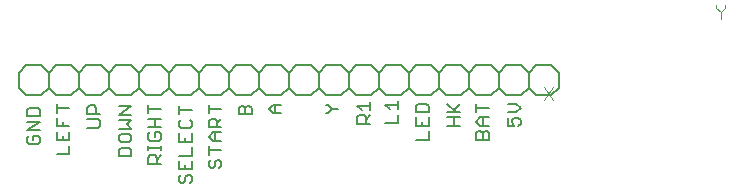
<source format=gbr>
G04 EAGLE Gerber X2 export*
%TF.Part,Single*%
%TF.FileFunction,Legend,Top,1*%
%TF.FilePolarity,Positive*%
%TF.GenerationSoftware,Autodesk,EAGLE,9.1.0*%
%TF.CreationDate,2019-01-31T10:13:58Z*%
G75*
%MOMM*%
%FSLAX34Y34*%
%LPD*%
%AMOC8*
5,1,8,0,0,1.08239X$1,22.5*%
G01*
%ADD10C,0.203200*%
%ADD11C,0.177800*%
%ADD12C,0.101600*%
%ADD13C,0.152400*%


D10*
X56487Y407065D02*
X54707Y405286D01*
X54707Y401727D01*
X56487Y399947D01*
X63605Y399947D01*
X65384Y401727D01*
X65384Y405286D01*
X63605Y407065D01*
X60046Y407065D01*
X60046Y403506D01*
X65384Y411641D02*
X54707Y411641D01*
X65384Y418759D01*
X54707Y418759D01*
X54707Y423335D02*
X65384Y423335D01*
X65384Y428674D01*
X63605Y430453D01*
X56487Y430453D01*
X54707Y428674D01*
X54707Y423335D01*
X79829Y391532D02*
X90506Y391532D01*
X90506Y398650D01*
X79829Y403226D02*
X79829Y410344D01*
X79829Y403226D02*
X90506Y403226D01*
X90506Y410344D01*
X85167Y406785D02*
X85167Y403226D01*
X79829Y414920D02*
X90506Y414920D01*
X79829Y414920D02*
X79829Y422038D01*
X85167Y418479D02*
X85167Y414920D01*
X90506Y430173D02*
X79829Y430173D01*
X79829Y426614D02*
X79829Y433732D01*
X105815Y413830D02*
X114713Y413830D01*
X116492Y415609D01*
X116492Y419168D01*
X114713Y420948D01*
X105815Y420948D01*
X105815Y425524D02*
X116492Y425524D01*
X105815Y425524D02*
X105815Y430862D01*
X107594Y432642D01*
X111153Y432642D01*
X112933Y430862D01*
X112933Y425524D01*
X132316Y389685D02*
X142994Y389685D01*
X142994Y395024D01*
X141214Y396804D01*
X134096Y396804D01*
X132316Y395024D01*
X132316Y389685D01*
X132316Y403159D02*
X132316Y406718D01*
X132316Y403159D02*
X134096Y401379D01*
X141214Y401379D01*
X142994Y403159D01*
X142994Y406718D01*
X141214Y408497D01*
X134096Y408497D01*
X132316Y406718D01*
X132316Y413073D02*
X142994Y413073D01*
X139434Y416632D01*
X142994Y420191D01*
X132316Y420191D01*
X132316Y424767D02*
X142994Y424767D01*
X142994Y431885D02*
X132316Y424767D01*
X132316Y431885D02*
X142994Y431885D01*
X157306Y383251D02*
X167983Y383251D01*
X157306Y383251D02*
X157306Y388589D01*
X159085Y390369D01*
X162644Y390369D01*
X164424Y388589D01*
X164424Y383251D01*
X164424Y386810D02*
X167983Y390369D01*
X167983Y394945D02*
X167983Y398504D01*
X167983Y396724D02*
X157306Y396724D01*
X157306Y394945D02*
X157306Y398504D01*
X157306Y408079D02*
X159085Y409859D01*
X157306Y408079D02*
X157306Y404520D01*
X159085Y402741D01*
X166204Y402741D01*
X167983Y404520D01*
X167983Y408079D01*
X166204Y409859D01*
X162644Y409859D01*
X162644Y406300D01*
X157306Y414435D02*
X167983Y414435D01*
X162644Y414435D02*
X162644Y421553D01*
X157306Y421553D02*
X167983Y421553D01*
X167983Y429688D02*
X157306Y429688D01*
X157306Y426129D02*
X157306Y433247D01*
X185285Y373869D02*
X183505Y372090D01*
X183505Y368531D01*
X185285Y366751D01*
X187064Y366751D01*
X188844Y368531D01*
X188844Y372090D01*
X190623Y373869D01*
X192403Y373869D01*
X194182Y372090D01*
X194182Y368531D01*
X192403Y366751D01*
X183505Y378445D02*
X183505Y385563D01*
X183505Y378445D02*
X194182Y378445D01*
X194182Y385563D01*
X188844Y382004D02*
X188844Y378445D01*
X194182Y390139D02*
X183505Y390139D01*
X194182Y390139D02*
X194182Y397257D01*
X183505Y401833D02*
X183505Y408951D01*
X183505Y401833D02*
X194182Y401833D01*
X194182Y408951D01*
X188844Y405392D02*
X188844Y401833D01*
X183505Y418866D02*
X185285Y420645D01*
X183505Y418866D02*
X183505Y415307D01*
X185285Y413527D01*
X192403Y413527D01*
X194182Y415307D01*
X194182Y418866D01*
X192403Y420645D01*
X194182Y428780D02*
X183505Y428780D01*
X183505Y425221D02*
X183505Y432339D01*
X210425Y386471D02*
X208646Y384691D01*
X208646Y381132D01*
X210425Y379353D01*
X212205Y379353D01*
X213984Y381132D01*
X213984Y384691D01*
X215764Y386471D01*
X217543Y386471D01*
X219323Y384691D01*
X219323Y381132D01*
X217543Y379353D01*
X219323Y394606D02*
X208646Y394606D01*
X208646Y391047D02*
X208646Y398165D01*
X212205Y402741D02*
X219323Y402741D01*
X212205Y402741D02*
X208646Y406300D01*
X212205Y409859D01*
X219323Y409859D01*
X213984Y409859D02*
X213984Y402741D01*
X208646Y414435D02*
X219323Y414435D01*
X208646Y414435D02*
X208646Y419773D01*
X210425Y421553D01*
X213984Y421553D01*
X215764Y419773D01*
X215764Y414435D01*
X215764Y417994D02*
X219323Y421553D01*
X219323Y429688D02*
X208646Y429688D01*
X208646Y426129D02*
X208646Y433247D01*
X234089Y425221D02*
X244766Y425221D01*
X234089Y425221D02*
X234089Y430560D01*
X235868Y432339D01*
X237648Y432339D01*
X239427Y430560D01*
X241207Y432339D01*
X242987Y432339D01*
X244766Y430560D01*
X244766Y425221D01*
X239427Y425221D02*
X239427Y430560D01*
X262940Y425977D02*
X270058Y425977D01*
X262940Y425977D02*
X259381Y429536D01*
X262940Y433095D01*
X270058Y433095D01*
X264719Y433095D02*
X264719Y425977D01*
X307431Y425870D02*
X309210Y425870D01*
X312769Y429429D01*
X309210Y432988D01*
X307431Y432988D01*
X312769Y429429D02*
X318108Y429429D01*
D11*
X334331Y417023D02*
X345262Y417023D01*
X334331Y417023D02*
X334331Y422488D01*
X336153Y424310D01*
X339797Y424310D01*
X341618Y422488D01*
X341618Y417023D01*
X341618Y420666D02*
X345262Y424310D01*
X337975Y428717D02*
X334331Y432360D01*
X345262Y432360D01*
X345262Y428717D02*
X345262Y436004D01*
X358105Y417632D02*
X369037Y417632D01*
X369037Y424920D01*
X361749Y429326D02*
X358105Y432970D01*
X369037Y432970D01*
X369037Y429326D02*
X369037Y436614D01*
X383708Y403500D02*
X394640Y403500D01*
X394640Y410787D01*
X383708Y415194D02*
X383708Y422481D01*
X383708Y415194D02*
X394640Y415194D01*
X394640Y422481D01*
X389174Y418838D02*
X389174Y415194D01*
X383708Y426888D02*
X394640Y426888D01*
X394640Y432353D01*
X392818Y434175D01*
X385530Y434175D01*
X383708Y432353D01*
X383708Y426888D01*
X410531Y415194D02*
X421462Y415194D01*
X415997Y415194D02*
X415997Y422481D01*
X421462Y422481D02*
X410531Y422481D01*
X410531Y426888D02*
X421462Y426888D01*
X417818Y426888D02*
X410531Y434175D01*
X415997Y428710D02*
X421462Y434175D01*
X434915Y403500D02*
X445846Y403500D01*
X434915Y403500D02*
X434915Y408966D01*
X436737Y410787D01*
X438559Y410787D01*
X440381Y408966D01*
X442202Y410787D01*
X444024Y410787D01*
X445846Y408966D01*
X445846Y403500D01*
X440381Y403500D02*
X440381Y408966D01*
X438559Y415194D02*
X445846Y415194D01*
X438559Y415194D02*
X434915Y418838D01*
X438559Y422481D01*
X445846Y422481D01*
X440381Y422481D02*
X440381Y415194D01*
X445846Y430532D02*
X434915Y430532D01*
X434915Y434175D02*
X434915Y426888D01*
D10*
X461864Y422439D02*
X461864Y415321D01*
X467203Y415321D01*
X465424Y418880D01*
X465424Y420659D01*
X467203Y422439D01*
X470762Y422439D01*
X472542Y420659D01*
X472542Y417100D01*
X470762Y415321D01*
X468983Y427015D02*
X461864Y427015D01*
X468983Y427015D02*
X472542Y430574D01*
X468983Y434133D01*
X461864Y434133D01*
D12*
X492204Y448584D02*
X500000Y436890D01*
X492204Y436890D02*
X500000Y448584D01*
X638039Y515548D02*
X638039Y517497D01*
X638039Y515548D02*
X641937Y511650D01*
X645835Y515548D01*
X645835Y517497D01*
X641937Y511650D02*
X641937Y505803D01*
D13*
X447599Y466852D02*
X434899Y466852D01*
X447599Y466852D02*
X453949Y460502D01*
X453949Y447802D01*
X447599Y441452D01*
X453949Y460502D02*
X460299Y466852D01*
X472999Y466852D01*
X479349Y460502D01*
X479349Y447802D01*
X472999Y441452D01*
X460299Y441452D01*
X453949Y447802D01*
X409499Y466852D02*
X403149Y460502D01*
X409499Y466852D02*
X422199Y466852D01*
X428549Y460502D01*
X428549Y447802D01*
X422199Y441452D01*
X409499Y441452D01*
X403149Y447802D01*
X428549Y460502D02*
X434899Y466852D01*
X428549Y447802D02*
X434899Y441452D01*
X447599Y441452D01*
X371399Y466852D02*
X358699Y466852D01*
X371399Y466852D02*
X377749Y460502D01*
X377749Y447802D01*
X371399Y441452D01*
X377749Y460502D02*
X384099Y466852D01*
X396799Y466852D01*
X403149Y460502D01*
X403149Y447802D01*
X396799Y441452D01*
X384099Y441452D01*
X377749Y447802D01*
X333299Y466852D02*
X326949Y460502D01*
X333299Y466852D02*
X345999Y466852D01*
X352349Y460502D01*
X352349Y447802D01*
X345999Y441452D01*
X333299Y441452D01*
X326949Y447802D01*
X352349Y460502D02*
X358699Y466852D01*
X352349Y447802D02*
X358699Y441452D01*
X371399Y441452D01*
X295199Y466852D02*
X282499Y466852D01*
X295199Y466852D02*
X301549Y460502D01*
X301549Y447802D01*
X295199Y441452D01*
X301549Y460502D02*
X307899Y466852D01*
X320599Y466852D01*
X326949Y460502D01*
X326949Y447802D01*
X320599Y441452D01*
X307899Y441452D01*
X301549Y447802D01*
X257099Y466852D02*
X250749Y460502D01*
X257099Y466852D02*
X269799Y466852D01*
X276149Y460502D01*
X276149Y447802D01*
X269799Y441452D01*
X257099Y441452D01*
X250749Y447802D01*
X276149Y460502D02*
X282499Y466852D01*
X276149Y447802D02*
X282499Y441452D01*
X295199Y441452D01*
X218999Y466852D02*
X206299Y466852D01*
X218999Y466852D02*
X225349Y460502D01*
X225349Y447802D01*
X218999Y441452D01*
X225349Y460502D02*
X231699Y466852D01*
X244399Y466852D01*
X250749Y460502D01*
X250749Y447802D01*
X244399Y441452D01*
X231699Y441452D01*
X225349Y447802D01*
X180899Y466852D02*
X174549Y460502D01*
X180899Y466852D02*
X193599Y466852D01*
X199949Y460502D01*
X199949Y447802D01*
X193599Y441452D01*
X180899Y441452D01*
X174549Y447802D01*
X199949Y460502D02*
X206299Y466852D01*
X199949Y447802D02*
X206299Y441452D01*
X218999Y441452D01*
X142799Y466852D02*
X130099Y466852D01*
X142799Y466852D02*
X149149Y460502D01*
X149149Y447802D01*
X142799Y441452D01*
X149149Y460502D02*
X155499Y466852D01*
X168199Y466852D01*
X174549Y460502D01*
X174549Y447802D01*
X168199Y441452D01*
X155499Y441452D01*
X149149Y447802D01*
X104699Y466852D02*
X98349Y460502D01*
X104699Y466852D02*
X117399Y466852D01*
X123749Y460502D01*
X123749Y447802D01*
X117399Y441452D01*
X104699Y441452D01*
X98349Y447802D01*
X123749Y460502D02*
X130099Y466852D01*
X123749Y447802D02*
X130099Y441452D01*
X142799Y441452D01*
X66599Y466852D02*
X53899Y466852D01*
X66599Y466852D02*
X72949Y460502D01*
X72949Y447802D01*
X66599Y441452D01*
X72949Y460502D02*
X79299Y466852D01*
X91999Y466852D01*
X98349Y460502D01*
X98349Y447802D01*
X91999Y441452D01*
X79299Y441452D01*
X72949Y447802D01*
X53899Y466852D02*
X47549Y460502D01*
X47549Y447802D02*
X53899Y441452D01*
X66599Y441452D01*
X479349Y460502D02*
X485699Y466852D01*
X498399Y466852D01*
X504749Y460502D01*
X504749Y447802D01*
X498399Y441452D01*
X485699Y441452D01*
X479349Y447802D01*
X47549Y447802D02*
X47549Y460502D01*
M02*

</source>
